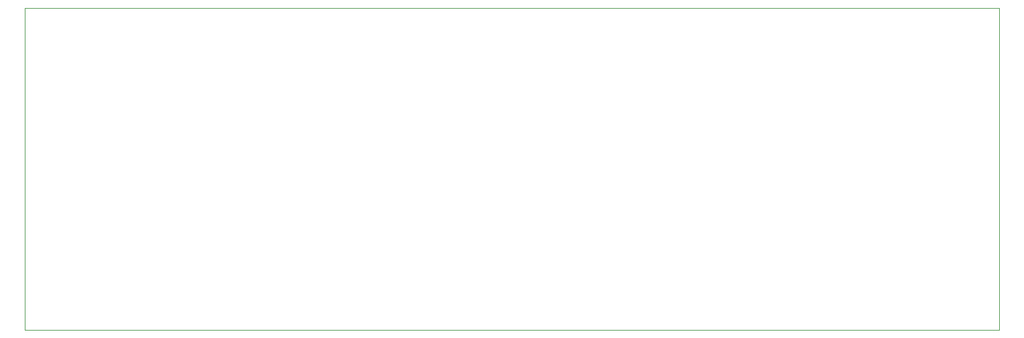
<source format=gbr>
%TF.GenerationSoftware,KiCad,Pcbnew,(6.0.2)*%
%TF.CreationDate,2022-03-20T13:20:32+09:00*%
%TF.ProjectId,TSAL&VOLTAGE_INDICATOR (1),5453414c-2656-44f4-9c54-4147455f494e,rev?*%
%TF.SameCoordinates,Original*%
%TF.FileFunction,Profile,NP*%
%FSLAX46Y46*%
G04 Gerber Fmt 4.6, Leading zero omitted, Abs format (unit mm)*
G04 Created by KiCad (PCBNEW (6.0.2)) date 2022-03-20 13:20:32*
%MOMM*%
%LPD*%
G01*
G04 APERTURE LIST*
%TA.AperFunction,Profile*%
%ADD10C,0.050000*%
%TD*%
G04 APERTURE END LIST*
D10*
X49000000Y-98000000D02*
X182000000Y-98000000D01*
X182000000Y-98000000D02*
X182000000Y-142000000D01*
X182000000Y-142000000D02*
X49000000Y-142000000D01*
X49000000Y-142000000D02*
X49000000Y-98000000D01*
M02*

</source>
